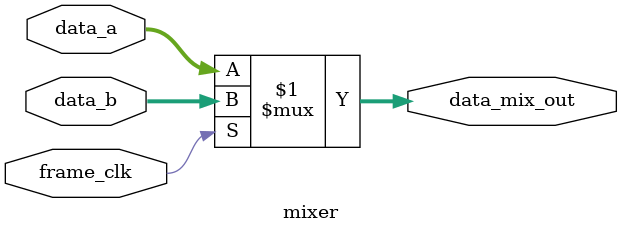
<source format=v>
module mixer (
	input frame_clk,
	input [11:0] data_a,
	input [11:0] data_b,
	
	output [11:0] data_mix_out
);

assign data_mix_out = frame_clk ? data_b : data_a ;

endmodule

</source>
